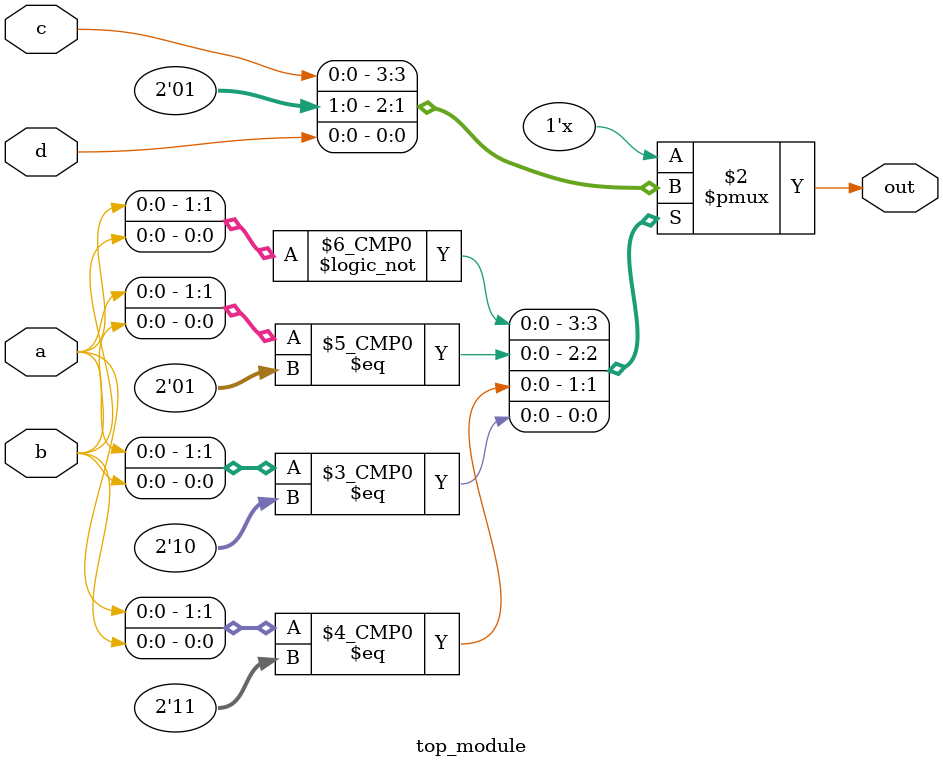
<source format=sv>
module top_module (
    input a, 
    input b,
    input c,
    input d,
    output reg out
);

always @(*) begin
    case ({a, b})
        2'b00: out = c;
        2'b01: out = 0;
        2'b11: out = 1;
        2'b10: out = d;
    endcase
end

endmodule

</source>
